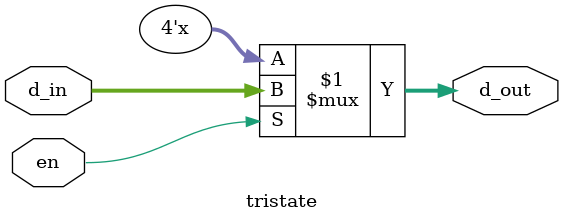
<source format=sv>


//----------------------------------------------------------------------------------

module tristate(input logic [3:0] d_in,
		input logic en,
		output logic [3:0] d_out);

	assign d_out = en ? d_in : 4'bz;
endmodule

</source>
